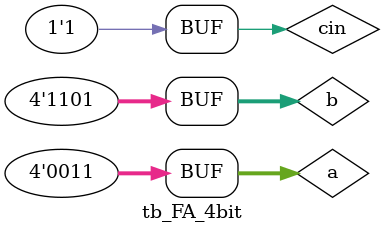
<source format=v>
`timescale 1ns / 1ps


module tb_FA_4bit;

	// Inputs
	reg [3:0] a;
	reg [3:0] b;
	reg cin;

	// Outputs
	wire [3:0] sum;
	wire cout;

	// Instantiate the Unit Under Test (UUT)
	FA_4bit uut (
		.a(a), 
		.b(b), 
		.cin(cin), 
		.sum(sum), 
		.cout(cout)
	);

	initial begin
		// Initialize Inputs
		a = 0;
		b = 0;
		cin = 0;

		// Wait 100 ns for global reset to finish
		#100; a=4'b0011; b=4'b0001; cin=0;
		#100; a=4'b0011; b=4'b0001; cin=1;
		#100; a=4'b0011; b=4'b1101; cin=0;
		#100; a=4'b0011; b=4'b1101; cin=1;
        
		// Add stimulus here

	end
      
endmodule


</source>
